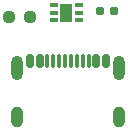
<source format=gbr>
%TF.GenerationSoftware,KiCad,Pcbnew,8.0.8*%
%TF.CreationDate,2025-03-21T13:47:14+02:00*%
%TF.ProjectId,USB-C Integration,5553422d-4320-4496-9e74-656772617469,rev?*%
%TF.SameCoordinates,Original*%
%TF.FileFunction,Copper,L1,Top*%
%TF.FilePolarity,Positive*%
%FSLAX46Y46*%
G04 Gerber Fmt 4.6, Leading zero omitted, Abs format (unit mm)*
G04 Created by KiCad (PCBNEW 8.0.8) date 2025-03-21 13:47:14*
%MOMM*%
%LPD*%
G01*
G04 APERTURE LIST*
G04 Aperture macros list*
%AMRoundRect*
0 Rectangle with rounded corners*
0 $1 Rounding radius*
0 $2 $3 $4 $5 $6 $7 $8 $9 X,Y pos of 4 corners*
0 Add a 4 corners polygon primitive as box body*
4,1,4,$2,$3,$4,$5,$6,$7,$8,$9,$2,$3,0*
0 Add four circle primitives for the rounded corners*
1,1,$1+$1,$2,$3*
1,1,$1+$1,$4,$5*
1,1,$1+$1,$6,$7*
1,1,$1+$1,$8,$9*
0 Add four rect primitives between the rounded corners*
20,1,$1+$1,$2,$3,$4,$5,0*
20,1,$1+$1,$4,$5,$6,$7,0*
20,1,$1+$1,$6,$7,$8,$9,0*
20,1,$1+$1,$8,$9,$2,$3,0*%
G04 Aperture macros list end*
%TA.AperFunction,SMDPad,CuDef*%
%ADD10RoundRect,0.155000X0.212500X0.155000X-0.212500X0.155000X-0.212500X-0.155000X0.212500X-0.155000X0*%
%TD*%
%TA.AperFunction,SMDPad,CuDef*%
%ADD11RoundRect,0.237500X-0.250000X-0.237500X0.250000X-0.237500X0.250000X0.237500X-0.250000X0.237500X0*%
%TD*%
%TA.AperFunction,SMDPad,CuDef*%
%ADD12RoundRect,0.150000X-0.150000X-0.425000X0.150000X-0.425000X0.150000X0.425000X-0.150000X0.425000X0*%
%TD*%
%TA.AperFunction,SMDPad,CuDef*%
%ADD13RoundRect,0.075000X-0.075000X-0.500000X0.075000X-0.500000X0.075000X0.500000X-0.075000X0.500000X0*%
%TD*%
%TA.AperFunction,HeatsinkPad*%
%ADD14O,1.000000X2.100000*%
%TD*%
%TA.AperFunction,HeatsinkPad*%
%ADD15O,1.000000X1.800000*%
%TD*%
%TA.AperFunction,SMDPad,CuDef*%
%ADD16R,0.650000X0.350000*%
%TD*%
%TA.AperFunction,SMDPad,CuDef*%
%ADD17R,1.000000X1.600000*%
%TD*%
G04 APERTURE END LIST*
D10*
%TO.P,C1,1*%
%TO.N,GND*%
X159067500Y-115000000D03*
%TO.P,C1,2*%
%TO.N,/VBUS*%
X157932500Y-115000000D03*
%TD*%
D11*
%TO.P,R1,1*%
%TO.N,Net-(U1-VSET)*%
X150175000Y-115500000D03*
%TO.P,R1,2*%
%TO.N,GND*%
X152000000Y-115500000D03*
%TD*%
D12*
%TO.P,J1,A1,GND*%
%TO.N,GND*%
X151980000Y-119245000D03*
%TO.P,J1,A4,VBUS*%
%TO.N,/VBUS*%
X152780000Y-119245000D03*
D13*
%TO.P,J1,A5,CC1*%
%TO.N,/CC1*%
X153930000Y-119245000D03*
%TO.P,J1,A6,D+*%
%TO.N,/D+*%
X154930000Y-119245000D03*
%TO.P,J1,A7,D-*%
%TO.N,/D-*%
X155430000Y-119245000D03*
%TO.P,J1,A8,SBU1*%
%TO.N,unconnected-(J1-SBU1-PadA8)*%
X156430000Y-119245000D03*
D12*
%TO.P,J1,A9,VBUS*%
%TO.N,/VBUS*%
X157580000Y-119245000D03*
%TO.P,J1,A12,GND*%
%TO.N,GND*%
X158380000Y-119245000D03*
%TO.P,J1,B1,GND*%
X158380000Y-119245000D03*
%TO.P,J1,B4,VBUS*%
%TO.N,/VBUS*%
X157580000Y-119245000D03*
D13*
%TO.P,J1,B5,CC2*%
%TO.N,/CC2*%
X156930000Y-119245000D03*
%TO.P,J1,B6,D+*%
%TO.N,unconnected-(J1-D+-PadB6)*%
X155930000Y-119245000D03*
%TO.P,J1,B7,D-*%
%TO.N,unconnected-(J1-D--PadB7)*%
X154430000Y-119245000D03*
%TO.P,J1,B8,SBU2*%
%TO.N,unconnected-(J1-SBU2-PadB8)*%
X153430000Y-119245000D03*
D12*
%TO.P,J1,B9,VBUS*%
%TO.N,/VBUS*%
X152780000Y-119245000D03*
%TO.P,J1,B12,GND*%
%TO.N,GND*%
X151980000Y-119245000D03*
D14*
%TO.P,J1,S1,SHIELD*%
%TO.N,unconnected-(J1-SHIELD-PadS1)*%
X150860000Y-119820000D03*
D15*
X150860000Y-124000000D03*
D14*
X159500000Y-119820000D03*
D15*
X159500000Y-124000000D03*
%TD*%
D16*
%TO.P,U1,1,CC1*%
%TO.N,/CC1*%
X154000000Y-114500000D03*
%TO.P,U1,2,VBUS*%
%TO.N,/VBUS*%
X154000000Y-115150000D03*
%TO.P,U1,3,VSET*%
%TO.N,Net-(U1-VSET)*%
X154000000Y-115800000D03*
%TO.P,U1,4,D+*%
%TO.N,/D+*%
X156100000Y-115800000D03*
%TO.P,U1,5,D-*%
%TO.N,/D-*%
X156100000Y-115150000D03*
%TO.P,U1,6,CC2*%
%TO.N,/CC2*%
X156100000Y-114500000D03*
D17*
%TO.P,U1,7,GND*%
%TO.N,GND*%
X155050000Y-115150000D03*
%TD*%
M02*

</source>
